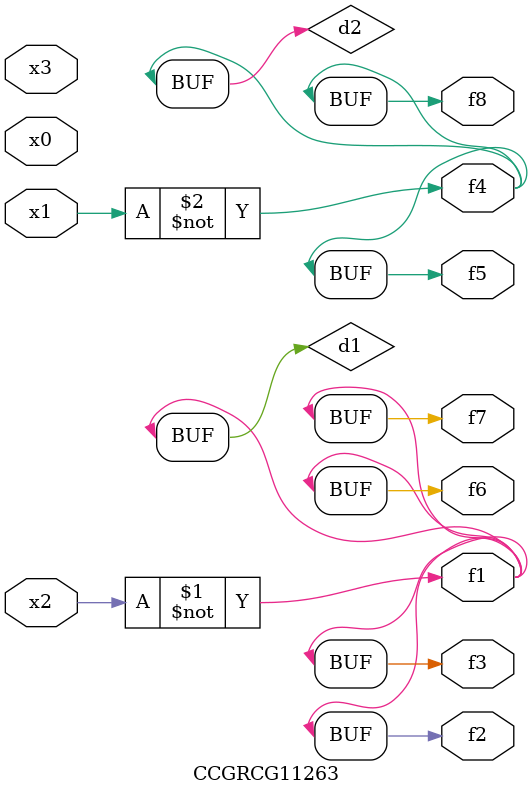
<source format=v>
module CCGRCG11263(
	input x0, x1, x2, x3,
	output f1, f2, f3, f4, f5, f6, f7, f8
);

	wire d1, d2;

	xnor (d1, x2);
	not (d2, x1);
	assign f1 = d1;
	assign f2 = d1;
	assign f3 = d1;
	assign f4 = d2;
	assign f5 = d2;
	assign f6 = d1;
	assign f7 = d1;
	assign f8 = d2;
endmodule

</source>
